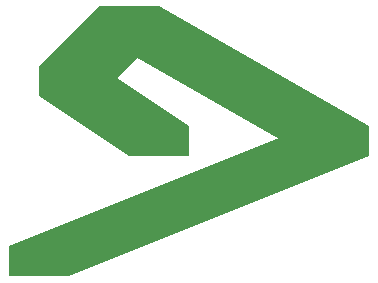
<source format=gbr>
%FSLAX34Y34*%%MOIN*%%ADD10R,0.2X0.1*%D10*G01*X10000Y4000D01*G01*X3000Y8000D01*G01*X1000Y6000D01*G01*X4000Y4000D01*M02*
</source>
